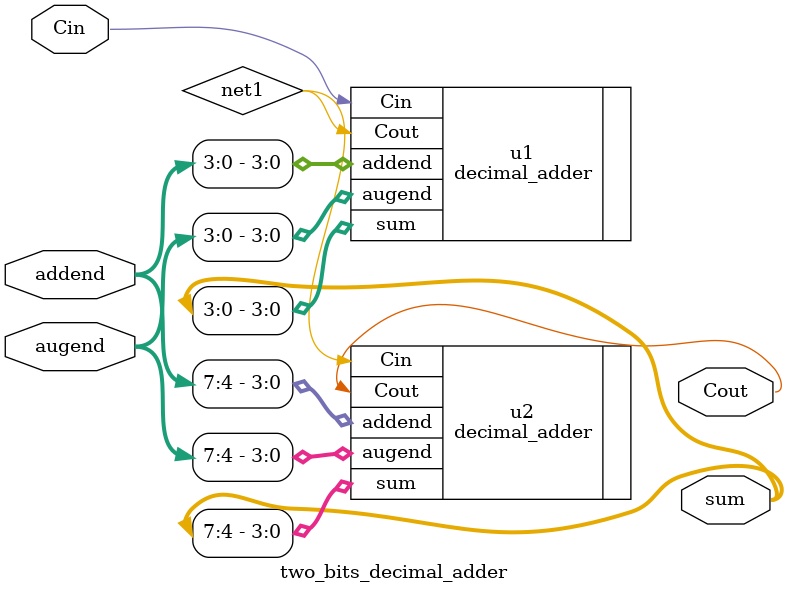
<source format=v>
module two_bits_decimal_adder(
        input [7:0]augend,
        input [7:0]addend,
        input Cin,
        output [7:0]sum,
        output Cout
    );
    
    wire net1;
    decimal_adder u1(
           .augend({augend[3], augend[2], augend[1], augend[0]}), 
           .addend({addend[3], addend[2], addend[1], addend[0]}), 
           .Cin(Cin), 
           .sum({sum[3], sum[2], sum[1], sum[0]}), 
           .Cout(net1)
        );
        
    decimal_adder u2(
       .augend({augend[7], augend[6], augend[5], augend[4]}), 
       .addend({addend[7], addend[6], addend[5], addend[4]}), 
       .Cin(net1), 
       .sum({sum[7], sum[6], sum[5], sum[4]}), 
       .Cout(Cout)
    );
    
endmodule

</source>
